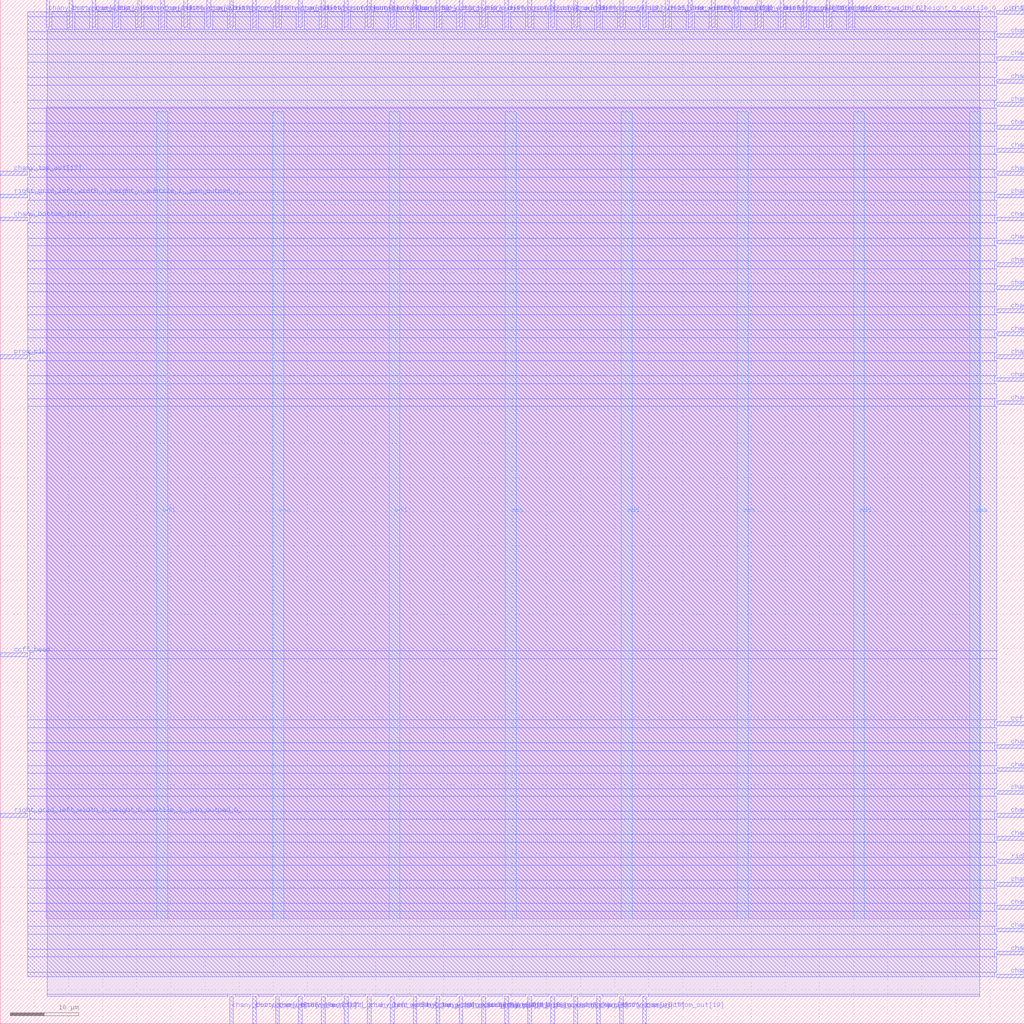
<source format=lef>
VERSION 5.7 ;
  NOWIREEXTENSIONATPIN ON ;
  DIVIDERCHAR "/" ;
  BUSBITCHARS "[]" ;
MACRO cby_2__1_
  CLASS BLOCK ;
  FOREIGN cby_2__1_ ;
  ORIGIN 0.000 0.000 ;
  SIZE 150.000 BY 150.000 ;
  PIN ccff_head
    DIRECTION INPUT ;
    USE SIGNAL ;
    ANTENNAGATEAREA 0.741000 ;
    ANTENNADIFFAREA 0.410400 ;
    PORT
      LAYER Metal3 ;
        RECT 0.000 53.760 4.000 54.320 ;
    END
  END ccff_head
  PIN ccff_tail
    DIRECTION OUTPUT TRISTATE ;
    USE SIGNAL ;
    ANTENNADIFFAREA 2.080400 ;
    PORT
      LAYER Metal3 ;
        RECT 146.000 43.680 150.000 44.240 ;
    END
  END ccff_tail
  PIN chany_bottom_in[0]
    DIRECTION INPUT ;
    USE SIGNAL ;
    ANTENNAGATEAREA 0.741000 ;
    ANTENNADIFFAREA 0.410400 ;
    PORT
      LAYER Metal2 ;
        RECT 6.720 146.000 7.280 150.000 ;
    END
  END chany_bottom_in[0]
  PIN chany_bottom_in[10]
    DIRECTION INPUT ;
    USE SIGNAL ;
    ANTENNAGATEAREA 0.741000 ;
    ANTENNADIFFAREA 0.410400 ;
    PORT
      LAYER Metal2 ;
        RECT 33.600 0.000 34.160 4.000 ;
    END
  END chany_bottom_in[10]
  PIN chany_bottom_in[11]
    DIRECTION INPUT ;
    USE SIGNAL ;
    ANTENNAGATEAREA 0.741000 ;
    ANTENNADIFFAREA 0.410400 ;
    PORT
      LAYER Metal3 ;
        RECT 146.000 104.160 150.000 104.720 ;
    END
  END chany_bottom_in[11]
  PIN chany_bottom_in[12]
    DIRECTION INPUT ;
    USE SIGNAL ;
    ANTENNAGATEAREA 0.741000 ;
    ANTENNADIFFAREA 0.410400 ;
    PORT
      LAYER Metal2 ;
        RECT 124.320 146.000 124.880 150.000 ;
    END
  END chany_bottom_in[12]
  PIN chany_bottom_in[13]
    DIRECTION INPUT ;
    USE SIGNAL ;
    ANTENNAGATEAREA 0.741000 ;
    ANTENNADIFFAREA 0.410400 ;
    PORT
      LAYER Metal2 ;
        RECT 43.680 146.000 44.240 150.000 ;
    END
  END chany_bottom_in[13]
  PIN chany_bottom_in[14]
    DIRECTION INPUT ;
    USE SIGNAL ;
    ANTENNAGATEAREA 0.741000 ;
    ANTENNADIFFAREA 0.410400 ;
    PORT
      LAYER Metal2 ;
        RECT 16.800 146.000 17.360 150.000 ;
    END
  END chany_bottom_in[14]
  PIN chany_bottom_in[15]
    DIRECTION INPUT ;
    USE SIGNAL ;
    ANTENNAGATEAREA 0.741000 ;
    ANTENNADIFFAREA 0.410400 ;
    PORT
      LAYER Metal2 ;
        RECT 77.280 146.000 77.840 150.000 ;
    END
  END chany_bottom_in[15]
  PIN chany_bottom_in[16]
    DIRECTION INPUT ;
    USE SIGNAL ;
    ANTENNAGATEAREA 0.741000 ;
    ANTENNADIFFAREA 0.410400 ;
    PORT
      LAYER Metal3 ;
        RECT 146.000 147.840 150.000 148.400 ;
    END
  END chany_bottom_in[16]
  PIN chany_bottom_in[17]
    DIRECTION INPUT ;
    USE SIGNAL ;
    ANTENNAGATEAREA 0.741000 ;
    ANTENNADIFFAREA 0.410400 ;
    PORT
      LAYER Metal3 ;
        RECT 0.000 117.600 4.000 118.160 ;
    END
  END chany_bottom_in[17]
  PIN chany_bottom_in[18]
    DIRECTION INPUT ;
    USE SIGNAL ;
    ANTENNAGATEAREA 0.741000 ;
    ANTENNADIFFAREA 0.410400 ;
    PORT
      LAYER Metal2 ;
        RECT 117.600 146.000 118.160 150.000 ;
    END
  END chany_bottom_in[18]
  PIN chany_bottom_in[19]
    DIRECTION INPUT ;
    USE SIGNAL ;
    ANTENNAGATEAREA 0.741000 ;
    ANTENNADIFFAREA 0.410400 ;
    PORT
      LAYER Metal2 ;
        RECT 36.960 146.000 37.520 150.000 ;
    END
  END chany_bottom_in[19]
  PIN chany_bottom_in[1]
    DIRECTION INPUT ;
    USE SIGNAL ;
    ANTENNAGATEAREA 0.741000 ;
    ANTENNADIFFAREA 0.410400 ;
    PORT
      LAYER Metal2 ;
        RECT 30.240 146.000 30.800 150.000 ;
    END
  END chany_bottom_in[1]
  PIN chany_bottom_in[2]
    DIRECTION INPUT ;
    USE SIGNAL ;
    ANTENNAGATEAREA 0.741000 ;
    ANTENNADIFFAREA 0.410400 ;
    PORT
      LAYER Metal2 ;
        RECT 23.520 146.000 24.080 150.000 ;
    END
  END chany_bottom_in[2]
  PIN chany_bottom_in[3]
    DIRECTION INPUT ;
    USE SIGNAL ;
    ANTENNAGATEAREA 0.741000 ;
    ANTENNADIFFAREA 0.410400 ;
    PORT
      LAYER Metal2 ;
        RECT 73.920 146.000 74.480 150.000 ;
    END
  END chany_bottom_in[3]
  PIN chany_bottom_in[4]
    DIRECTION INPUT ;
    USE SIGNAL ;
    ANTENNAGATEAREA 0.741000 ;
    ANTENNADIFFAREA 0.410400 ;
    PORT
      LAYER Metal2 ;
        RECT 87.360 0.000 87.920 4.000 ;
    END
  END chany_bottom_in[4]
  PIN chany_bottom_in[5]
    DIRECTION INPUT ;
    USE SIGNAL ;
    ANTENNAGATEAREA 0.741000 ;
    ANTENNADIFFAREA 0.410400 ;
    PORT
      LAYER Metal3 ;
        RECT 146.000 107.520 150.000 108.080 ;
    END
  END chany_bottom_in[5]
  PIN chany_bottom_in[6]
    DIRECTION INPUT ;
    USE SIGNAL ;
    ANTENNAGATEAREA 0.741000 ;
    ANTENNADIFFAREA 0.410400 ;
    PORT
      LAYER Metal3 ;
        RECT 146.000 6.720 150.000 7.280 ;
    END
  END chany_bottom_in[6]
  PIN chany_bottom_in[7]
    DIRECTION INPUT ;
    USE SIGNAL ;
    ANTENNAGATEAREA 0.741000 ;
    ANTENNADIFFAREA 0.410400 ;
    PORT
      LAYER Metal2 ;
        RECT 70.560 146.000 71.120 150.000 ;
    END
  END chany_bottom_in[7]
  PIN chany_bottom_in[8]
    DIRECTION INPUT ;
    USE SIGNAL ;
    ANTENNAGATEAREA 0.741000 ;
    ANTENNADIFFAREA 0.410400 ;
    PORT
      LAYER Metal3 ;
        RECT 146.000 141.120 150.000 141.680 ;
    END
  END chany_bottom_in[8]
  PIN chany_bottom_in[9]
    DIRECTION INPUT ;
    USE SIGNAL ;
    ANTENNAGATEAREA 0.741000 ;
    ANTENNADIFFAREA 0.410400 ;
    PORT
      LAYER Metal2 ;
        RECT 84.000 146.000 84.560 150.000 ;
    END
  END chany_bottom_in[9]
  PIN chany_bottom_out[0]
    DIRECTION OUTPUT TRISTATE ;
    USE SIGNAL ;
    ANTENNADIFFAREA 2.080400 ;
    PORT
      LAYER Metal2 ;
        RECT 80.640 0.000 81.200 4.000 ;
    END
  END chany_bottom_out[0]
  PIN chany_bottom_out[10]
    DIRECTION OUTPUT TRISTATE ;
    USE SIGNAL ;
    ANTENNADIFFAREA 1.986000 ;
    PORT
      LAYER Metal3 ;
        RECT 146.000 110.880 150.000 111.440 ;
    END
  END chany_bottom_out[10]
  PIN chany_bottom_out[11]
    DIRECTION OUTPUT TRISTATE ;
    USE SIGNAL ;
    ANTENNADIFFAREA 2.080400 ;
    PORT
      LAYER Metal2 ;
        RECT 40.320 0.000 40.880 4.000 ;
    END
  END chany_bottom_out[11]
  PIN chany_bottom_out[12]
    DIRECTION OUTPUT TRISTATE ;
    USE SIGNAL ;
    ANTENNADIFFAREA 2.080400 ;
    PORT
      LAYER Metal2 ;
        RECT 100.800 146.000 101.360 150.000 ;
    END
  END chany_bottom_out[12]
  PIN chany_bottom_out[13]
    DIRECTION OUTPUT TRISTATE ;
    USE SIGNAL ;
    ANTENNADIFFAREA 2.080400 ;
    PORT
      LAYER Metal3 ;
        RECT 146.000 36.960 150.000 37.520 ;
    END
  END chany_bottom_out[13]
  PIN chany_bottom_out[14]
    DIRECTION OUTPUT TRISTATE ;
    USE SIGNAL ;
    ANTENNADIFFAREA 2.080400 ;
    PORT
      LAYER Metal3 ;
        RECT 146.000 134.400 150.000 134.960 ;
    END
  END chany_bottom_out[14]
  PIN chany_bottom_out[15]
    DIRECTION OUTPUT TRISTATE ;
    USE SIGNAL ;
    ANTENNADIFFAREA 2.080400 ;
    PORT
      LAYER Metal2 ;
        RECT 63.840 0.000 64.400 4.000 ;
    END
  END chany_bottom_out[15]
  PIN chany_bottom_out[16]
    DIRECTION OUTPUT TRISTATE ;
    USE SIGNAL ;
    ANTENNADIFFAREA 1.986000 ;
    PORT
      LAYER Metal2 ;
        RECT 53.760 146.000 54.320 150.000 ;
    END
  END chany_bottom_out[16]
  PIN chany_bottom_out[17]
    DIRECTION OUTPUT TRISTATE ;
    USE SIGNAL ;
    ANTENNADIFFAREA 2.080400 ;
    PORT
      LAYER Metal2 ;
        RECT 77.280 0.000 77.840 4.000 ;
    END
  END chany_bottom_out[17]
  PIN chany_bottom_out[18]
    DIRECTION OUTPUT TRISTATE ;
    USE SIGNAL ;
    ANTENNADIFFAREA 2.080400 ;
    PORT
      LAYER Metal3 ;
        RECT 146.000 30.240 150.000 30.800 ;
    END
  END chany_bottom_out[18]
  PIN chany_bottom_out[19]
    DIRECTION OUTPUT TRISTATE ;
    USE SIGNAL ;
    ANTENNADIFFAREA 2.080400 ;
    PORT
      LAYER Metal2 ;
        RECT 94.080 0.000 94.640 4.000 ;
    END
  END chany_bottom_out[19]
  PIN chany_bottom_out[1]
    DIRECTION OUTPUT TRISTATE ;
    USE SIGNAL ;
    ANTENNADIFFAREA 2.080400 ;
    PORT
      LAYER Metal3 ;
        RECT 146.000 33.600 150.000 34.160 ;
    END
  END chany_bottom_out[1]
  PIN chany_bottom_out[2]
    DIRECTION OUTPUT TRISTATE ;
    USE SIGNAL ;
    ANTENNADIFFAREA 2.080400 ;
    PORT
      LAYER Metal3 ;
        RECT 146.000 40.320 150.000 40.880 ;
    END
  END chany_bottom_out[2]
  PIN chany_bottom_out[3]
    DIRECTION OUTPUT TRISTATE ;
    USE SIGNAL ;
    ANTENNADIFFAREA 1.986000 ;
    PORT
      LAYER Metal3 ;
        RECT 146.000 120.960 150.000 121.520 ;
    END
  END chany_bottom_out[3]
  PIN chany_bottom_out[4]
    DIRECTION OUTPUT TRISTATE ;
    USE SIGNAL ;
    ANTENNADIFFAREA 2.080400 ;
    PORT
      LAYER Metal2 ;
        RECT 110.880 146.000 111.440 150.000 ;
    END
  END chany_bottom_out[4]
  PIN chany_bottom_out[5]
    DIRECTION OUTPUT TRISTATE ;
    USE SIGNAL ;
    ANTENNADIFFAREA 2.080400 ;
    PORT
      LAYER Metal2 ;
        RECT 50.400 146.000 50.960 150.000 ;
    END
  END chany_bottom_out[5]
  PIN chany_bottom_out[6]
    DIRECTION OUTPUT TRISTATE ;
    USE SIGNAL ;
    ANTENNADIFFAREA 1.986000 ;
    PORT
      LAYER Metal3 ;
        RECT 146.000 100.800 150.000 101.360 ;
    END
  END chany_bottom_out[6]
  PIN chany_bottom_out[7]
    DIRECTION OUTPUT TRISTATE ;
    USE SIGNAL ;
    ANTENNADIFFAREA 2.080400 ;
    PORT
      LAYER Metal3 ;
        RECT 146.000 144.480 150.000 145.040 ;
    END
  END chany_bottom_out[7]
  PIN chany_bottom_out[8]
    DIRECTION OUTPUT TRISTATE ;
    USE SIGNAL ;
    ANTENNADIFFAREA 2.080400 ;
    PORT
      LAYER Metal2 ;
        RECT 67.200 0.000 67.760 4.000 ;
    END
  END chany_bottom_out[8]
  PIN chany_bottom_out[9]
    DIRECTION OUTPUT TRISTATE ;
    USE SIGNAL ;
    ANTENNADIFFAREA 2.080400 ;
    PORT
      LAYER Metal2 ;
        RECT 47.040 146.000 47.600 150.000 ;
    END
  END chany_bottom_out[9]
  PIN chany_top_in[0]
    DIRECTION INPUT ;
    USE SIGNAL ;
    ANTENNAGATEAREA 0.741000 ;
    ANTENNADIFFAREA 0.410400 ;
    PORT
      LAYER Metal2 ;
        RECT 73.920 0.000 74.480 4.000 ;
    END
  END chany_top_in[0]
  PIN chany_top_in[10]
    DIRECTION INPUT ;
    USE SIGNAL ;
    ANTENNAGATEAREA 0.741000 ;
    ANTENNADIFFAREA 0.410400 ;
    PORT
      LAYER Metal3 ;
        RECT 146.000 114.240 150.000 114.800 ;
    END
  END chany_top_in[10]
  PIN chany_top_in[11]
    DIRECTION INPUT ;
    USE SIGNAL ;
    ANTENNAGATEAREA 0.741000 ;
    ANTENNADIFFAREA 0.410400 ;
    PORT
      LAYER Metal2 ;
        RECT 43.680 0.000 44.240 4.000 ;
    END
  END chany_top_in[11]
  PIN chany_top_in[12]
    DIRECTION INPUT ;
    USE SIGNAL ;
    ANTENNAGATEAREA 0.741000 ;
    ANTENNADIFFAREA 0.410400 ;
    PORT
      LAYER Metal2 ;
        RECT 97.440 146.000 98.000 150.000 ;
    END
  END chany_top_in[12]
  PIN chany_top_in[13]
    DIRECTION INPUT ;
    USE SIGNAL ;
    ANTENNAGATEAREA 0.741000 ;
    ANTENNADIFFAREA 0.410400 ;
    PORT
      LAYER Metal3 ;
        RECT 146.000 20.160 150.000 20.720 ;
    END
  END chany_top_in[13]
  PIN chany_top_in[14]
    DIRECTION INPUT ;
    USE SIGNAL ;
    ANTENNAGATEAREA 0.741000 ;
    ANTENNADIFFAREA 0.410400 ;
    PORT
      LAYER Metal3 ;
        RECT 146.000 97.440 150.000 98.000 ;
    END
  END chany_top_in[14]
  PIN chany_top_in[15]
    DIRECTION INPUT ;
    USE SIGNAL ;
    ANTENNAGATEAREA 0.741000 ;
    ANTENNADIFFAREA 0.410400 ;
    PORT
      LAYER Metal2 ;
        RECT 36.960 0.000 37.520 4.000 ;
    END
  END chany_top_in[15]
  PIN chany_top_in[16]
    DIRECTION INPUT ;
    USE SIGNAL ;
    ANTENNAGATEAREA 0.741000 ;
    ANTENNADIFFAREA 0.410400 ;
    PORT
      LAYER Metal2 ;
        RECT 20.160 146.000 20.720 150.000 ;
    END
  END chany_top_in[16]
  PIN chany_top_in[17]
    DIRECTION INPUT ;
    USE SIGNAL ;
    ANTENNAGATEAREA 0.741000 ;
    ANTENNADIFFAREA 0.410400 ;
    PORT
      LAYER Metal2 ;
        RECT 84.000 0.000 84.560 4.000 ;
    END
  END chany_top_in[17]
  PIN chany_top_in[18]
    DIRECTION INPUT ;
    USE SIGNAL ;
    ANTENNAGATEAREA 0.741000 ;
    ANTENNADIFFAREA 0.410400 ;
    PORT
      LAYER Metal3 ;
        RECT 146.000 16.800 150.000 17.360 ;
    END
  END chany_top_in[18]
  PIN chany_top_in[19]
    DIRECTION INPUT ;
    USE SIGNAL ;
    ANTENNAGATEAREA 0.741000 ;
    ANTENNADIFFAREA 0.410400 ;
    PORT
      LAYER Metal2 ;
        RECT 90.720 0.000 91.280 4.000 ;
    END
  END chany_top_in[19]
  PIN chany_top_in[1]
    DIRECTION INPUT ;
    USE SIGNAL ;
    ANTENNAGATEAREA 0.741000 ;
    ANTENNADIFFAREA 0.410400 ;
    PORT
      LAYER Metal3 ;
        RECT 146.000 13.440 150.000 14.000 ;
    END
  END chany_top_in[1]
  PIN chany_top_in[2]
    DIRECTION INPUT ;
    USE SIGNAL ;
    ANTENNAGATEAREA 0.741000 ;
    ANTENNADIFFAREA 0.410400 ;
    PORT
      LAYER Metal3 ;
        RECT 146.000 10.080 150.000 10.640 ;
    END
  END chany_top_in[2]
  PIN chany_top_in[3]
    DIRECTION INPUT ;
    USE SIGNAL ;
    ANTENNAGATEAREA 0.741000 ;
    ANTENNADIFFAREA 0.410400 ;
    PORT
      LAYER Metal3 ;
        RECT 146.000 117.600 150.000 118.160 ;
    END
  END chany_top_in[3]
  PIN chany_top_in[4]
    DIRECTION INPUT ;
    USE SIGNAL ;
    ANTENNAGATEAREA 0.741000 ;
    ANTENNADIFFAREA 0.410400 ;
    PORT
      LAYER Metal2 ;
        RECT 104.160 146.000 104.720 150.000 ;
    END
  END chany_top_in[4]
  PIN chany_top_in[5]
    DIRECTION INPUT ;
    USE SIGNAL ;
    ANTENNAGATEAREA 0.741000 ;
    ANTENNADIFFAREA 0.410400 ;
    PORT
      LAYER Metal2 ;
        RECT 33.600 146.000 34.160 150.000 ;
    END
  END chany_top_in[5]
  PIN chany_top_in[6]
    DIRECTION INPUT ;
    USE SIGNAL ;
    ANTENNAGATEAREA 0.741000 ;
    ANTENNADIFFAREA 0.410400 ;
    PORT
      LAYER Metal3 ;
        RECT 146.000 94.080 150.000 94.640 ;
    END
  END chany_top_in[6]
  PIN chany_top_in[7]
    DIRECTION INPUT ;
    USE SIGNAL ;
    ANTENNAGATEAREA 0.741000 ;
    ANTENNADIFFAREA 0.410400 ;
    PORT
      LAYER Metal3 ;
        RECT 146.000 90.720 150.000 91.280 ;
    END
  END chany_top_in[7]
  PIN chany_top_in[8]
    DIRECTION INPUT ;
    USE SIGNAL ;
    ANTENNAGATEAREA 0.741000 ;
    ANTENNADIFFAREA 0.410400 ;
    PORT
      LAYER Metal2 ;
        RECT 60.480 0.000 61.040 4.000 ;
    END
  END chany_top_in[8]
  PIN chany_top_in[9]
    DIRECTION INPUT ;
    USE SIGNAL ;
    ANTENNAGATEAREA 0.741000 ;
    ANTENNADIFFAREA 0.410400 ;
    PORT
      LAYER Metal2 ;
        RECT 13.440 146.000 14.000 150.000 ;
    END
  END chany_top_in[9]
  PIN chany_top_out[0]
    DIRECTION OUTPUT TRISTATE ;
    USE SIGNAL ;
    ANTENNADIFFAREA 2.080400 ;
    PORT
      LAYER Metal2 ;
        RECT 57.120 146.000 57.680 150.000 ;
    END
  END chany_top_out[0]
  PIN chany_top_out[10]
    DIRECTION OUTPUT TRISTATE ;
    USE SIGNAL ;
    ANTENNADIFFAREA 2.080400 ;
    PORT
      LAYER Metal2 ;
        RECT 53.760 0.000 54.320 4.000 ;
    END
  END chany_top_out[10]
  PIN chany_top_out[11]
    DIRECTION OUTPUT TRISTATE ;
    USE SIGNAL ;
    ANTENNADIFFAREA 2.080400 ;
    PORT
      LAYER Metal3 ;
        RECT 146.000 131.040 150.000 131.600 ;
    END
  END chany_top_out[11]
  PIN chany_top_out[12]
    DIRECTION OUTPUT TRISTATE ;
    USE SIGNAL ;
    ANTENNADIFFAREA 2.080400 ;
    PORT
      LAYER Metal2 ;
        RECT 107.520 146.000 108.080 150.000 ;
    END
  END chany_top_out[12]
  PIN chany_top_out[13]
    DIRECTION OUTPUT TRISTATE ;
    USE SIGNAL ;
    ANTENNADIFFAREA 1.986000 ;
    PORT
      LAYER Metal2 ;
        RECT 60.480 146.000 61.040 150.000 ;
    END
  END chany_top_out[13]
  PIN chany_top_out[14]
    DIRECTION OUTPUT TRISTATE ;
    USE SIGNAL ;
    ANTENNADIFFAREA 1.986000 ;
    PORT
      LAYER Metal2 ;
        RECT 40.320 146.000 40.880 150.000 ;
    END
  END chany_top_out[14]
  PIN chany_top_out[15]
    DIRECTION OUTPUT TRISTATE ;
    USE SIGNAL ;
    ANTENNADIFFAREA 2.080400 ;
    PORT
      LAYER Metal2 ;
        RECT 90.720 146.000 91.280 150.000 ;
    END
  END chany_top_out[15]
  PIN chany_top_out[16]
    DIRECTION OUTPUT TRISTATE ;
    USE SIGNAL ;
    ANTENNADIFFAREA 2.080400 ;
    PORT
      LAYER Metal3 ;
        RECT 146.000 124.320 150.000 124.880 ;
    END
  END chany_top_out[16]
  PIN chany_top_out[17]
    DIRECTION OUTPUT TRISTATE ;
    USE SIGNAL ;
    ANTENNADIFFAREA 2.080400 ;
    PORT
      LAYER Metal3 ;
        RECT 0.000 124.320 4.000 124.880 ;
    END
  END chany_top_out[17]
  PIN chany_top_out[18]
    DIRECTION OUTPUT TRISTATE ;
    USE SIGNAL ;
    ANTENNADIFFAREA 2.080400 ;
    PORT
      LAYER Metal2 ;
        RECT 114.240 146.000 114.800 150.000 ;
    END
  END chany_top_out[18]
  PIN chany_top_out[19]
    DIRECTION OUTPUT TRISTATE ;
    USE SIGNAL ;
    ANTENNADIFFAREA 1.986000 ;
    PORT
      LAYER Metal2 ;
        RECT 26.880 146.000 27.440 150.000 ;
    END
  END chany_top_out[19]
  PIN chany_top_out[1]
    DIRECTION OUTPUT TRISTATE ;
    USE SIGNAL ;
    ANTENNADIFFAREA 1.986000 ;
    PORT
      LAYER Metal2 ;
        RECT 10.080 146.000 10.640 150.000 ;
    END
  END chany_top_out[1]
  PIN chany_top_out[2]
    DIRECTION OUTPUT TRISTATE ;
    USE SIGNAL ;
    ANTENNADIFFAREA 2.080400 ;
    PORT
      LAYER Metal2 ;
        RECT 63.840 146.000 64.400 150.000 ;
    END
  END chany_top_out[2]
  PIN chany_top_out[3]
    DIRECTION OUTPUT TRISTATE ;
    USE SIGNAL ;
    ANTENNADIFFAREA 2.080400 ;
    PORT
      LAYER Metal2 ;
        RECT 80.640 146.000 81.200 150.000 ;
    END
  END chany_top_out[3]
  PIN chany_top_out[4]
    DIRECTION OUTPUT TRISTATE ;
    USE SIGNAL ;
    ANTENNADIFFAREA 2.080400 ;
    PORT
      LAYER Metal2 ;
        RECT 70.560 0.000 71.120 4.000 ;
    END
  END chany_top_out[4]
  PIN chany_top_out[5]
    DIRECTION OUTPUT TRISTATE ;
    USE SIGNAL ;
    ANTENNADIFFAREA 2.080400 ;
    PORT
      LAYER Metal3 ;
        RECT 146.000 137.760 150.000 138.320 ;
    END
  END chany_top_out[5]
  PIN chany_top_out[6]
    DIRECTION OUTPUT TRISTATE ;
    USE SIGNAL ;
    ANTENNADIFFAREA 2.080400 ;
    PORT
      LAYER Metal3 ;
        RECT 146.000 26.880 150.000 27.440 ;
    END
  END chany_top_out[6]
  PIN chany_top_out[7]
    DIRECTION OUTPUT TRISTATE ;
    USE SIGNAL ;
    ANTENNADIFFAREA 2.080400 ;
    PORT
      LAYER Metal2 ;
        RECT 67.200 146.000 67.760 150.000 ;
    END
  END chany_top_out[7]
  PIN chany_top_out[8]
    DIRECTION OUTPUT TRISTATE ;
    USE SIGNAL ;
    ANTENNADIFFAREA 1.986000 ;
    PORT
      LAYER Metal3 ;
        RECT 146.000 127.680 150.000 128.240 ;
    END
  END chany_top_out[8]
  PIN chany_top_out[9]
    DIRECTION OUTPUT TRISTATE ;
    USE SIGNAL ;
    ANTENNADIFFAREA 2.080400 ;
    PORT
      LAYER Metal2 ;
        RECT 87.360 146.000 87.920 150.000 ;
    END
  END chany_top_out[9]
  PIN left_grid_right_width_0_height_0_subtile_0__pin_I_1_
    DIRECTION OUTPUT TRISTATE ;
    USE SIGNAL ;
    ANTENNADIFFAREA 0.360800 ;
    PORT
      LAYER Metal2 ;
        RECT 120.960 146.000 121.520 150.000 ;
    END
  END left_grid_right_width_0_height_0_subtile_0__pin_I_1_
  PIN left_grid_right_width_0_height_0_subtile_0__pin_I_5_
    DIRECTION OUTPUT TRISTATE ;
    USE SIGNAL ;
    ANTENNADIFFAREA 0.360800 ;
    PORT
      LAYER Metal2 ;
        RECT 57.120 0.000 57.680 4.000 ;
    END
  END left_grid_right_width_0_height_0_subtile_0__pin_I_5_
  PIN left_grid_right_width_0_height_0_subtile_0__pin_I_9_
    DIRECTION OUTPUT TRISTATE ;
    USE SIGNAL ;
    ANTENNADIFFAREA 0.360800 ;
    PORT
      LAYER Metal2 ;
        RECT 50.400 0.000 50.960 4.000 ;
    END
  END left_grid_right_width_0_height_0_subtile_0__pin_I_9_
  PIN pReset
    DIRECTION INPUT ;
    USE SIGNAL ;
    ANTENNAGATEAREA 0.498500 ;
    ANTENNADIFFAREA 0.410400 ;
    PORT
      LAYER Metal2 ;
        RECT 47.040 0.000 47.600 4.000 ;
    END
  END pReset
  PIN prog_clk
    DIRECTION INPUT ;
    USE SIGNAL ;
    ANTENNAGATEAREA 4.738000 ;
    ANTENNADIFFAREA 0.410400 ;
    PORT
      LAYER Metal3 ;
        RECT 0.000 97.440 4.000 98.000 ;
    END
  END prog_clk
  PIN right_grid_left_width_0_height_0_subtile_0__pin_outpad_0_
    DIRECTION OUTPUT TRISTATE ;
    USE SIGNAL ;
    ANTENNADIFFAREA 0.360800 ;
    PORT
      LAYER Metal3 ;
        RECT 146.000 23.520 150.000 24.080 ;
    END
  END right_grid_left_width_0_height_0_subtile_0__pin_outpad_0_
  PIN right_grid_left_width_0_height_0_subtile_1__pin_outpad_0_
    DIRECTION OUTPUT TRISTATE ;
    USE SIGNAL ;
    ANTENNADIFFAREA 0.360800 ;
    PORT
      LAYER Metal3 ;
        RECT 0.000 120.960 4.000 121.520 ;
    END
  END right_grid_left_width_0_height_0_subtile_1__pin_outpad_0_
  PIN right_grid_left_width_0_height_0_subtile_2__pin_outpad_0_
    DIRECTION OUTPUT TRISTATE ;
    USE SIGNAL ;
    ANTENNADIFFAREA 0.360800 ;
    PORT
      LAYER Metal2 ;
        RECT 94.080 146.000 94.640 150.000 ;
    END
  END right_grid_left_width_0_height_0_subtile_2__pin_outpad_0_
  PIN right_grid_left_width_0_height_0_subtile_3__pin_outpad_0_
    DIRECTION OUTPUT TRISTATE ;
    USE SIGNAL ;
    ANTENNADIFFAREA 0.360800 ;
    PORT
      LAYER Metal3 ;
        RECT 0.000 30.240 4.000 30.800 ;
    END
  END right_grid_left_width_0_height_0_subtile_3__pin_outpad_0_
  PIN vdd
    DIRECTION INOUT ;
    USE POWER ;
    PORT
      LAYER Metal4 ;
        RECT 22.930 15.380 24.530 133.580 ;
    END
    PORT
      LAYER Metal4 ;
        RECT 56.950 15.380 58.550 133.580 ;
    END
    PORT
      LAYER Metal4 ;
        RECT 90.970 15.380 92.570 133.580 ;
    END
    PORT
      LAYER Metal4 ;
        RECT 124.990 15.380 126.590 133.580 ;
    END
  END vdd
  PIN vss
    DIRECTION INOUT ;
    USE GROUND ;
    PORT
      LAYER Metal4 ;
        RECT 39.940 15.380 41.540 133.580 ;
    END
    PORT
      LAYER Metal4 ;
        RECT 73.960 15.380 75.560 133.580 ;
    END
    PORT
      LAYER Metal4 ;
        RECT 107.980 15.380 109.580 133.580 ;
    END
    PORT
      LAYER Metal4 ;
        RECT 142.000 15.380 143.600 133.580 ;
    END
  END vss
  OBS
      LAYER Metal1 ;
        RECT 6.720 15.380 143.600 134.250 ;
      LAYER Metal2 ;
        RECT 7.580 145.700 9.780 148.310 ;
        RECT 10.940 145.700 13.140 148.310 ;
        RECT 14.300 145.700 16.500 148.310 ;
        RECT 17.660 145.700 19.860 148.310 ;
        RECT 21.020 145.700 23.220 148.310 ;
        RECT 24.380 145.700 26.580 148.310 ;
        RECT 27.740 145.700 29.940 148.310 ;
        RECT 31.100 145.700 33.300 148.310 ;
        RECT 34.460 145.700 36.660 148.310 ;
        RECT 37.820 145.700 40.020 148.310 ;
        RECT 41.180 145.700 43.380 148.310 ;
        RECT 44.540 145.700 46.740 148.310 ;
        RECT 47.900 145.700 50.100 148.310 ;
        RECT 51.260 145.700 53.460 148.310 ;
        RECT 54.620 145.700 56.820 148.310 ;
        RECT 57.980 145.700 60.180 148.310 ;
        RECT 61.340 145.700 63.540 148.310 ;
        RECT 64.700 145.700 66.900 148.310 ;
        RECT 68.060 145.700 70.260 148.310 ;
        RECT 71.420 145.700 73.620 148.310 ;
        RECT 74.780 145.700 76.980 148.310 ;
        RECT 78.140 145.700 80.340 148.310 ;
        RECT 81.500 145.700 83.700 148.310 ;
        RECT 84.860 145.700 87.060 148.310 ;
        RECT 88.220 145.700 90.420 148.310 ;
        RECT 91.580 145.700 93.780 148.310 ;
        RECT 94.940 145.700 97.140 148.310 ;
        RECT 98.300 145.700 100.500 148.310 ;
        RECT 101.660 145.700 103.860 148.310 ;
        RECT 105.020 145.700 107.220 148.310 ;
        RECT 108.380 145.700 110.580 148.310 ;
        RECT 111.740 145.700 113.940 148.310 ;
        RECT 115.100 145.700 117.300 148.310 ;
        RECT 118.460 145.700 120.660 148.310 ;
        RECT 121.820 145.700 124.020 148.310 ;
        RECT 125.180 145.700 143.460 148.310 ;
        RECT 6.860 4.300 143.460 145.700 ;
        RECT 6.860 4.000 33.300 4.300 ;
        RECT 34.460 4.000 36.660 4.300 ;
        RECT 37.820 4.000 40.020 4.300 ;
        RECT 41.180 4.000 43.380 4.300 ;
        RECT 44.540 4.000 46.740 4.300 ;
        RECT 47.900 4.000 50.100 4.300 ;
        RECT 51.260 4.000 53.460 4.300 ;
        RECT 54.620 4.000 56.820 4.300 ;
        RECT 57.980 4.000 60.180 4.300 ;
        RECT 61.340 4.000 63.540 4.300 ;
        RECT 64.700 4.000 66.900 4.300 ;
        RECT 68.060 4.000 70.260 4.300 ;
        RECT 71.420 4.000 73.620 4.300 ;
        RECT 74.780 4.000 76.980 4.300 ;
        RECT 78.140 4.000 80.340 4.300 ;
        RECT 81.500 4.000 83.700 4.300 ;
        RECT 84.860 4.000 87.060 4.300 ;
        RECT 88.220 4.000 90.420 4.300 ;
        RECT 91.580 4.000 93.780 4.300 ;
        RECT 94.940 4.000 143.460 4.300 ;
      LAYER Metal3 ;
        RECT 4.000 147.540 145.700 148.260 ;
        RECT 4.000 145.340 146.000 147.540 ;
        RECT 4.000 144.180 145.700 145.340 ;
        RECT 4.000 141.980 146.000 144.180 ;
        RECT 4.000 140.820 145.700 141.980 ;
        RECT 4.000 138.620 146.000 140.820 ;
        RECT 4.000 137.460 145.700 138.620 ;
        RECT 4.000 135.260 146.000 137.460 ;
        RECT 4.000 134.100 145.700 135.260 ;
        RECT 4.000 131.900 146.000 134.100 ;
        RECT 4.000 130.740 145.700 131.900 ;
        RECT 4.000 128.540 146.000 130.740 ;
        RECT 4.000 127.380 145.700 128.540 ;
        RECT 4.000 125.180 146.000 127.380 ;
        RECT 4.300 124.020 145.700 125.180 ;
        RECT 4.000 121.820 146.000 124.020 ;
        RECT 4.300 120.660 145.700 121.820 ;
        RECT 4.000 118.460 146.000 120.660 ;
        RECT 4.300 117.300 145.700 118.460 ;
        RECT 4.000 115.100 146.000 117.300 ;
        RECT 4.000 113.940 145.700 115.100 ;
        RECT 4.000 111.740 146.000 113.940 ;
        RECT 4.000 110.580 145.700 111.740 ;
        RECT 4.000 108.380 146.000 110.580 ;
        RECT 4.000 107.220 145.700 108.380 ;
        RECT 4.000 105.020 146.000 107.220 ;
        RECT 4.000 103.860 145.700 105.020 ;
        RECT 4.000 101.660 146.000 103.860 ;
        RECT 4.000 100.500 145.700 101.660 ;
        RECT 4.000 98.300 146.000 100.500 ;
        RECT 4.300 97.140 145.700 98.300 ;
        RECT 4.000 94.940 146.000 97.140 ;
        RECT 4.000 93.780 145.700 94.940 ;
        RECT 4.000 91.580 146.000 93.780 ;
        RECT 4.000 90.420 145.700 91.580 ;
        RECT 4.000 54.620 146.000 90.420 ;
        RECT 4.300 53.460 146.000 54.620 ;
        RECT 4.000 44.540 146.000 53.460 ;
        RECT 4.000 43.380 145.700 44.540 ;
        RECT 4.000 41.180 146.000 43.380 ;
        RECT 4.000 40.020 145.700 41.180 ;
        RECT 4.000 37.820 146.000 40.020 ;
        RECT 4.000 36.660 145.700 37.820 ;
        RECT 4.000 34.460 146.000 36.660 ;
        RECT 4.000 33.300 145.700 34.460 ;
        RECT 4.000 31.100 146.000 33.300 ;
        RECT 4.300 29.940 145.700 31.100 ;
        RECT 4.000 27.740 146.000 29.940 ;
        RECT 4.000 26.580 145.700 27.740 ;
        RECT 4.000 24.380 146.000 26.580 ;
        RECT 4.000 23.220 145.700 24.380 ;
        RECT 4.000 21.020 146.000 23.220 ;
        RECT 4.000 19.860 145.700 21.020 ;
        RECT 4.000 17.660 146.000 19.860 ;
        RECT 4.000 16.500 145.700 17.660 ;
        RECT 4.000 14.300 146.000 16.500 ;
        RECT 4.000 13.140 145.700 14.300 ;
        RECT 4.000 10.940 146.000 13.140 ;
        RECT 4.000 9.780 145.700 10.940 ;
        RECT 4.000 7.580 146.000 9.780 ;
        RECT 4.000 6.860 145.700 7.580 ;
  END
END cby_2__1_
END LIBRARY


</source>
